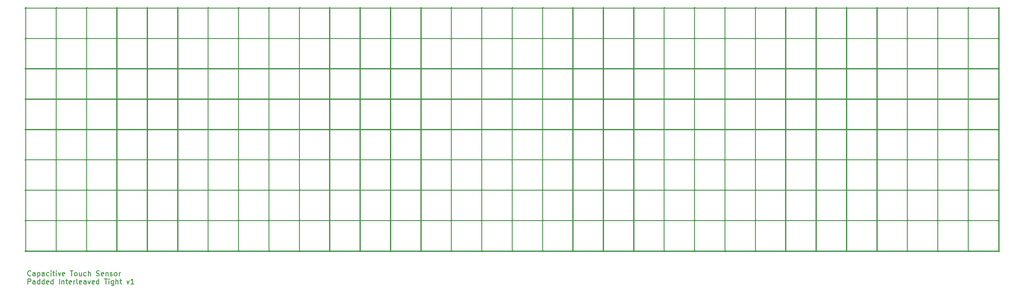
<source format=gto>
G04 #@! TF.GenerationSoftware,KiCad,Pcbnew,6.0.8+dfsg-1~bpo11+1*
G04 #@! TF.CreationDate,2023-05-15T15:28:38-04:00*
G04 #@! TF.ProjectId,07_padded_interleaved_tight,30375f70-6164-4646-9564-5f696e746572,rev?*
G04 #@! TF.SameCoordinates,Original*
G04 #@! TF.FileFunction,Legend,Top*
G04 #@! TF.FilePolarity,Positive*
%FSLAX46Y46*%
G04 Gerber Fmt 4.6, Leading zero omitted, Abs format (unit mm)*
G04 Created by KiCad (PCBNEW 6.0.8+dfsg-1~bpo11+1) date 2023-05-15 15:28:38*
%MOMM*%
%LPD*%
G01*
G04 APERTURE LIST*
%ADD10C,0.150000*%
%ADD11C,0.250000*%
G04 APERTURE END LIST*
D10*
X63927023Y-108442142D02*
X63879404Y-108489761D01*
X63736547Y-108537380D01*
X63641309Y-108537380D01*
X63498452Y-108489761D01*
X63403214Y-108394523D01*
X63355595Y-108299285D01*
X63307976Y-108108809D01*
X63307976Y-107965952D01*
X63355595Y-107775476D01*
X63403214Y-107680238D01*
X63498452Y-107585000D01*
X63641309Y-107537380D01*
X63736547Y-107537380D01*
X63879404Y-107585000D01*
X63927023Y-107632619D01*
X64784166Y-108537380D02*
X64784166Y-108013571D01*
X64736547Y-107918333D01*
X64641309Y-107870714D01*
X64450833Y-107870714D01*
X64355595Y-107918333D01*
X64784166Y-108489761D02*
X64688928Y-108537380D01*
X64450833Y-108537380D01*
X64355595Y-108489761D01*
X64307976Y-108394523D01*
X64307976Y-108299285D01*
X64355595Y-108204047D01*
X64450833Y-108156428D01*
X64688928Y-108156428D01*
X64784166Y-108108809D01*
X65260357Y-107870714D02*
X65260357Y-108870714D01*
X65260357Y-107918333D02*
X65355595Y-107870714D01*
X65546071Y-107870714D01*
X65641309Y-107918333D01*
X65688928Y-107965952D01*
X65736547Y-108061190D01*
X65736547Y-108346904D01*
X65688928Y-108442142D01*
X65641309Y-108489761D01*
X65546071Y-108537380D01*
X65355595Y-108537380D01*
X65260357Y-108489761D01*
X66593690Y-108537380D02*
X66593690Y-108013571D01*
X66546071Y-107918333D01*
X66450833Y-107870714D01*
X66260357Y-107870714D01*
X66165119Y-107918333D01*
X66593690Y-108489761D02*
X66498452Y-108537380D01*
X66260357Y-108537380D01*
X66165119Y-108489761D01*
X66117500Y-108394523D01*
X66117500Y-108299285D01*
X66165119Y-108204047D01*
X66260357Y-108156428D01*
X66498452Y-108156428D01*
X66593690Y-108108809D01*
X67498452Y-108489761D02*
X67403214Y-108537380D01*
X67212738Y-108537380D01*
X67117500Y-108489761D01*
X67069880Y-108442142D01*
X67022261Y-108346904D01*
X67022261Y-108061190D01*
X67069880Y-107965952D01*
X67117500Y-107918333D01*
X67212738Y-107870714D01*
X67403214Y-107870714D01*
X67498452Y-107918333D01*
X67927023Y-108537380D02*
X67927023Y-107870714D01*
X67927023Y-107537380D02*
X67879404Y-107585000D01*
X67927023Y-107632619D01*
X67974642Y-107585000D01*
X67927023Y-107537380D01*
X67927023Y-107632619D01*
X68260357Y-107870714D02*
X68641309Y-107870714D01*
X68403214Y-107537380D02*
X68403214Y-108394523D01*
X68450833Y-108489761D01*
X68546071Y-108537380D01*
X68641309Y-108537380D01*
X68974642Y-108537380D02*
X68974642Y-107870714D01*
X68974642Y-107537380D02*
X68927023Y-107585000D01*
X68974642Y-107632619D01*
X69022261Y-107585000D01*
X68974642Y-107537380D01*
X68974642Y-107632619D01*
X69355595Y-107870714D02*
X69593690Y-108537380D01*
X69831785Y-107870714D01*
X70593690Y-108489761D02*
X70498452Y-108537380D01*
X70307976Y-108537380D01*
X70212738Y-108489761D01*
X70165119Y-108394523D01*
X70165119Y-108013571D01*
X70212738Y-107918333D01*
X70307976Y-107870714D01*
X70498452Y-107870714D01*
X70593690Y-107918333D01*
X70641309Y-108013571D01*
X70641309Y-108108809D01*
X70165119Y-108204047D01*
X71688928Y-107537380D02*
X72260357Y-107537380D01*
X71974642Y-108537380D02*
X71974642Y-107537380D01*
X72736547Y-108537380D02*
X72641309Y-108489761D01*
X72593690Y-108442142D01*
X72546071Y-108346904D01*
X72546071Y-108061190D01*
X72593690Y-107965952D01*
X72641309Y-107918333D01*
X72736547Y-107870714D01*
X72879404Y-107870714D01*
X72974642Y-107918333D01*
X73022261Y-107965952D01*
X73069880Y-108061190D01*
X73069880Y-108346904D01*
X73022261Y-108442142D01*
X72974642Y-108489761D01*
X72879404Y-108537380D01*
X72736547Y-108537380D01*
X73927023Y-107870714D02*
X73927023Y-108537380D01*
X73498452Y-107870714D02*
X73498452Y-108394523D01*
X73546071Y-108489761D01*
X73641309Y-108537380D01*
X73784166Y-108537380D01*
X73879404Y-108489761D01*
X73927023Y-108442142D01*
X74831785Y-108489761D02*
X74736547Y-108537380D01*
X74546071Y-108537380D01*
X74450833Y-108489761D01*
X74403214Y-108442142D01*
X74355595Y-108346904D01*
X74355595Y-108061190D01*
X74403214Y-107965952D01*
X74450833Y-107918333D01*
X74546071Y-107870714D01*
X74736547Y-107870714D01*
X74831785Y-107918333D01*
X75260357Y-108537380D02*
X75260357Y-107537380D01*
X75688928Y-108537380D02*
X75688928Y-108013571D01*
X75641309Y-107918333D01*
X75546071Y-107870714D01*
X75403214Y-107870714D01*
X75307976Y-107918333D01*
X75260357Y-107965952D01*
X76879404Y-108489761D02*
X77022261Y-108537380D01*
X77260357Y-108537380D01*
X77355595Y-108489761D01*
X77403214Y-108442142D01*
X77450833Y-108346904D01*
X77450833Y-108251666D01*
X77403214Y-108156428D01*
X77355595Y-108108809D01*
X77260357Y-108061190D01*
X77069880Y-108013571D01*
X76974642Y-107965952D01*
X76927023Y-107918333D01*
X76879404Y-107823095D01*
X76879404Y-107727857D01*
X76927023Y-107632619D01*
X76974642Y-107585000D01*
X77069880Y-107537380D01*
X77307976Y-107537380D01*
X77450833Y-107585000D01*
X78260357Y-108489761D02*
X78165119Y-108537380D01*
X77974642Y-108537380D01*
X77879404Y-108489761D01*
X77831785Y-108394523D01*
X77831785Y-108013571D01*
X77879404Y-107918333D01*
X77974642Y-107870714D01*
X78165119Y-107870714D01*
X78260357Y-107918333D01*
X78307976Y-108013571D01*
X78307976Y-108108809D01*
X77831785Y-108204047D01*
X78736547Y-107870714D02*
X78736547Y-108537380D01*
X78736547Y-107965952D02*
X78784166Y-107918333D01*
X78879404Y-107870714D01*
X79022261Y-107870714D01*
X79117500Y-107918333D01*
X79165119Y-108013571D01*
X79165119Y-108537380D01*
X79593690Y-108489761D02*
X79688928Y-108537380D01*
X79879404Y-108537380D01*
X79974642Y-108489761D01*
X80022261Y-108394523D01*
X80022261Y-108346904D01*
X79974642Y-108251666D01*
X79879404Y-108204047D01*
X79736547Y-108204047D01*
X79641309Y-108156428D01*
X79593690Y-108061190D01*
X79593690Y-108013571D01*
X79641309Y-107918333D01*
X79736547Y-107870714D01*
X79879404Y-107870714D01*
X79974642Y-107918333D01*
X80593690Y-108537380D02*
X80498452Y-108489761D01*
X80450833Y-108442142D01*
X80403214Y-108346904D01*
X80403214Y-108061190D01*
X80450833Y-107965952D01*
X80498452Y-107918333D01*
X80593690Y-107870714D01*
X80736547Y-107870714D01*
X80831785Y-107918333D01*
X80879404Y-107965952D01*
X80927023Y-108061190D01*
X80927023Y-108346904D01*
X80879404Y-108442142D01*
X80831785Y-108489761D01*
X80736547Y-108537380D01*
X80593690Y-108537380D01*
X81355595Y-108537380D02*
X81355595Y-107870714D01*
X81355595Y-108061190D02*
X81403214Y-107965952D01*
X81450833Y-107918333D01*
X81546071Y-107870714D01*
X81641309Y-107870714D01*
X63355595Y-110147380D02*
X63355595Y-109147380D01*
X63736547Y-109147380D01*
X63831785Y-109195000D01*
X63879404Y-109242619D01*
X63927023Y-109337857D01*
X63927023Y-109480714D01*
X63879404Y-109575952D01*
X63831785Y-109623571D01*
X63736547Y-109671190D01*
X63355595Y-109671190D01*
X64784166Y-110147380D02*
X64784166Y-109623571D01*
X64736547Y-109528333D01*
X64641309Y-109480714D01*
X64450833Y-109480714D01*
X64355595Y-109528333D01*
X64784166Y-110099761D02*
X64688928Y-110147380D01*
X64450833Y-110147380D01*
X64355595Y-110099761D01*
X64307976Y-110004523D01*
X64307976Y-109909285D01*
X64355595Y-109814047D01*
X64450833Y-109766428D01*
X64688928Y-109766428D01*
X64784166Y-109718809D01*
X65688928Y-110147380D02*
X65688928Y-109147380D01*
X65688928Y-110099761D02*
X65593690Y-110147380D01*
X65403214Y-110147380D01*
X65307976Y-110099761D01*
X65260357Y-110052142D01*
X65212738Y-109956904D01*
X65212738Y-109671190D01*
X65260357Y-109575952D01*
X65307976Y-109528333D01*
X65403214Y-109480714D01*
X65593690Y-109480714D01*
X65688928Y-109528333D01*
X66593690Y-110147380D02*
X66593690Y-109147380D01*
X66593690Y-110099761D02*
X66498452Y-110147380D01*
X66307976Y-110147380D01*
X66212738Y-110099761D01*
X66165119Y-110052142D01*
X66117500Y-109956904D01*
X66117500Y-109671190D01*
X66165119Y-109575952D01*
X66212738Y-109528333D01*
X66307976Y-109480714D01*
X66498452Y-109480714D01*
X66593690Y-109528333D01*
X67450833Y-110099761D02*
X67355595Y-110147380D01*
X67165119Y-110147380D01*
X67069880Y-110099761D01*
X67022261Y-110004523D01*
X67022261Y-109623571D01*
X67069880Y-109528333D01*
X67165119Y-109480714D01*
X67355595Y-109480714D01*
X67450833Y-109528333D01*
X67498452Y-109623571D01*
X67498452Y-109718809D01*
X67022261Y-109814047D01*
X68355595Y-110147380D02*
X68355595Y-109147380D01*
X68355595Y-110099761D02*
X68260357Y-110147380D01*
X68069880Y-110147380D01*
X67974642Y-110099761D01*
X67927023Y-110052142D01*
X67879404Y-109956904D01*
X67879404Y-109671190D01*
X67927023Y-109575952D01*
X67974642Y-109528333D01*
X68069880Y-109480714D01*
X68260357Y-109480714D01*
X68355595Y-109528333D01*
X69593690Y-110147380D02*
X69593690Y-109147380D01*
X70069880Y-109480714D02*
X70069880Y-110147380D01*
X70069880Y-109575952D02*
X70117500Y-109528333D01*
X70212738Y-109480714D01*
X70355595Y-109480714D01*
X70450833Y-109528333D01*
X70498452Y-109623571D01*
X70498452Y-110147380D01*
X70831785Y-109480714D02*
X71212738Y-109480714D01*
X70974642Y-109147380D02*
X70974642Y-110004523D01*
X71022261Y-110099761D01*
X71117500Y-110147380D01*
X71212738Y-110147380D01*
X71927023Y-110099761D02*
X71831785Y-110147380D01*
X71641309Y-110147380D01*
X71546071Y-110099761D01*
X71498452Y-110004523D01*
X71498452Y-109623571D01*
X71546071Y-109528333D01*
X71641309Y-109480714D01*
X71831785Y-109480714D01*
X71927023Y-109528333D01*
X71974642Y-109623571D01*
X71974642Y-109718809D01*
X71498452Y-109814047D01*
X72403214Y-110147380D02*
X72403214Y-109480714D01*
X72403214Y-109671190D02*
X72450833Y-109575952D01*
X72498452Y-109528333D01*
X72593690Y-109480714D01*
X72688928Y-109480714D01*
X73165119Y-110147380D02*
X73069880Y-110099761D01*
X73022261Y-110004523D01*
X73022261Y-109147380D01*
X73927023Y-110099761D02*
X73831785Y-110147380D01*
X73641309Y-110147380D01*
X73546071Y-110099761D01*
X73498452Y-110004523D01*
X73498452Y-109623571D01*
X73546071Y-109528333D01*
X73641309Y-109480714D01*
X73831785Y-109480714D01*
X73927023Y-109528333D01*
X73974642Y-109623571D01*
X73974642Y-109718809D01*
X73498452Y-109814047D01*
X74831785Y-110147380D02*
X74831785Y-109623571D01*
X74784166Y-109528333D01*
X74688928Y-109480714D01*
X74498452Y-109480714D01*
X74403214Y-109528333D01*
X74831785Y-110099761D02*
X74736547Y-110147380D01*
X74498452Y-110147380D01*
X74403214Y-110099761D01*
X74355595Y-110004523D01*
X74355595Y-109909285D01*
X74403214Y-109814047D01*
X74498452Y-109766428D01*
X74736547Y-109766428D01*
X74831785Y-109718809D01*
X75212738Y-109480714D02*
X75450833Y-110147380D01*
X75688928Y-109480714D01*
X76450833Y-110099761D02*
X76355595Y-110147380D01*
X76165119Y-110147380D01*
X76069880Y-110099761D01*
X76022261Y-110004523D01*
X76022261Y-109623571D01*
X76069880Y-109528333D01*
X76165119Y-109480714D01*
X76355595Y-109480714D01*
X76450833Y-109528333D01*
X76498452Y-109623571D01*
X76498452Y-109718809D01*
X76022261Y-109814047D01*
X77355595Y-110147380D02*
X77355595Y-109147380D01*
X77355595Y-110099761D02*
X77260357Y-110147380D01*
X77069880Y-110147380D01*
X76974642Y-110099761D01*
X76927023Y-110052142D01*
X76879404Y-109956904D01*
X76879404Y-109671190D01*
X76927023Y-109575952D01*
X76974642Y-109528333D01*
X77069880Y-109480714D01*
X77260357Y-109480714D01*
X77355595Y-109528333D01*
X78450833Y-109147380D02*
X79022261Y-109147380D01*
X78736547Y-110147380D02*
X78736547Y-109147380D01*
X79355595Y-110147380D02*
X79355595Y-109480714D01*
X79355595Y-109147380D02*
X79307976Y-109195000D01*
X79355595Y-109242619D01*
X79403214Y-109195000D01*
X79355595Y-109147380D01*
X79355595Y-109242619D01*
X80260357Y-109480714D02*
X80260357Y-110290238D01*
X80212738Y-110385476D01*
X80165119Y-110433095D01*
X80069880Y-110480714D01*
X79927023Y-110480714D01*
X79831785Y-110433095D01*
X80260357Y-110099761D02*
X80165119Y-110147380D01*
X79974642Y-110147380D01*
X79879404Y-110099761D01*
X79831785Y-110052142D01*
X79784166Y-109956904D01*
X79784166Y-109671190D01*
X79831785Y-109575952D01*
X79879404Y-109528333D01*
X79974642Y-109480714D01*
X80165119Y-109480714D01*
X80260357Y-109528333D01*
X80736547Y-110147380D02*
X80736547Y-109147380D01*
X81165119Y-110147380D02*
X81165119Y-109623571D01*
X81117500Y-109528333D01*
X81022261Y-109480714D01*
X80879404Y-109480714D01*
X80784166Y-109528333D01*
X80736547Y-109575952D01*
X81498452Y-109480714D02*
X81879404Y-109480714D01*
X81641309Y-109147380D02*
X81641309Y-110004523D01*
X81688928Y-110099761D01*
X81784166Y-110147380D01*
X81879404Y-110147380D01*
X82879404Y-109480714D02*
X83117500Y-110147380D01*
X83355595Y-109480714D01*
X84260357Y-110147380D02*
X83688928Y-110147380D01*
X83974642Y-110147380D02*
X83974642Y-109147380D01*
X83879404Y-109290238D01*
X83784166Y-109385476D01*
X83688928Y-109433095D01*
D11*
X86915000Y-55480000D02*
X86915000Y-103730000D01*
X146915000Y-55480000D02*
X146915000Y-103730000D01*
X182915000Y-55480000D02*
X182915000Y-103730000D01*
X254915000Y-55480000D02*
X254915000Y-103730000D01*
X98915000Y-55480000D02*
X98915000Y-103730000D01*
X80915000Y-55480000D02*
X80915000Y-103730000D01*
X62790000Y-85605000D02*
X255040000Y-85605000D01*
X68915000Y-55480000D02*
X68915000Y-103730000D01*
X62915000Y-55480000D02*
X62915000Y-103730000D01*
X62790000Y-55605000D02*
X255040000Y-55605000D01*
X122915000Y-55480000D02*
X122915000Y-103730000D01*
X62790000Y-79605000D02*
X255040000Y-79605000D01*
X128915000Y-55480000D02*
X128915000Y-103730000D01*
X242915000Y-55480000D02*
X242915000Y-103730000D01*
X62790000Y-73605000D02*
X255040000Y-73605000D01*
X104915000Y-55480000D02*
X104915000Y-103730000D01*
X110915000Y-55480000D02*
X110915000Y-103730000D01*
X158915000Y-55480000D02*
X158915000Y-103730000D01*
X116915000Y-55480000D02*
X116915000Y-103730000D01*
X212915000Y-55480000D02*
X212915000Y-103730000D01*
X176915000Y-55480000D02*
X176915000Y-103730000D01*
X62790000Y-103605000D02*
X255040000Y-103605000D01*
X218915000Y-55480000D02*
X218915000Y-103730000D01*
X164915000Y-55480000D02*
X164915000Y-103730000D01*
X134915000Y-55480000D02*
X134915000Y-103730000D01*
X248915000Y-55480000D02*
X248915000Y-103730000D01*
X62790000Y-61605000D02*
X255040000Y-61605000D01*
X224915000Y-55480000D02*
X224915000Y-103730000D01*
X62790000Y-67605000D02*
X255040000Y-67605000D01*
X140915000Y-55480000D02*
X140915000Y-103730000D01*
X194915000Y-55480000D02*
X194915000Y-103730000D01*
X170915000Y-55480000D02*
X170915000Y-103730000D01*
X152915000Y-55480000D02*
X152915000Y-103730000D01*
X92915000Y-55480000D02*
X92915000Y-103730000D01*
X206915000Y-55480000D02*
X206915000Y-103730000D01*
X188915000Y-55480000D02*
X188915000Y-103730000D01*
X74915000Y-55480000D02*
X74915000Y-103730000D01*
X230915000Y-55480000D02*
X230915000Y-103730000D01*
X62790000Y-97605000D02*
X255040000Y-97605000D01*
X236915000Y-55480000D02*
X236915000Y-103730000D01*
X200915000Y-55480000D02*
X200915000Y-103730000D01*
X62790000Y-91605000D02*
X255040000Y-91605000D01*
%LPC*%
G36*
X63040000Y-73730000D02*
G01*
X68790000Y-73730000D01*
X68790000Y-79480000D01*
X63040000Y-79480000D01*
X63040000Y-73730000D01*
G37*
G36*
X141040000Y-61730000D02*
G01*
X146790000Y-61730000D01*
X146790000Y-67480000D01*
X141040000Y-67480000D01*
X141040000Y-61730000D01*
G37*
G36*
X129040000Y-55730000D02*
G01*
X134790000Y-55730000D01*
X134790000Y-61480000D01*
X129040000Y-61480000D01*
X129040000Y-55730000D01*
G37*
G36*
X189040000Y-73730000D02*
G01*
X194790000Y-73730000D01*
X194790000Y-79480000D01*
X189040000Y-79480000D01*
X189040000Y-73730000D01*
G37*
G36*
X201040000Y-91730000D02*
G01*
X206790000Y-91730000D01*
X206790000Y-97480000D01*
X201040000Y-97480000D01*
X201040000Y-91730000D01*
G37*
G36*
X81040000Y-79730000D02*
G01*
X86790000Y-79730000D01*
X86790000Y-85480000D01*
X81040000Y-85480000D01*
X81040000Y-79730000D01*
G37*
G36*
X111040000Y-85730000D02*
G01*
X116790000Y-85730000D01*
X116790000Y-91480000D01*
X111040000Y-91480000D01*
X111040000Y-85730000D01*
G37*
G36*
X147040000Y-79730000D02*
G01*
X152790000Y-79730000D01*
X152790000Y-85480000D01*
X147040000Y-85480000D01*
X147040000Y-79730000D01*
G37*
G36*
X69040000Y-67730000D02*
G01*
X74790000Y-67730000D01*
X74790000Y-73480000D01*
X69040000Y-73480000D01*
X69040000Y-67730000D01*
G37*
G36*
X231040000Y-67730000D02*
G01*
X236790000Y-67730000D01*
X236790000Y-73480000D01*
X231040000Y-73480000D01*
X231040000Y-67730000D01*
G37*
G36*
X105040000Y-79730000D02*
G01*
X110790000Y-79730000D01*
X110790000Y-85480000D01*
X105040000Y-85480000D01*
X105040000Y-79730000D01*
G37*
G36*
X249040000Y-73730000D02*
G01*
X254790000Y-73730000D01*
X254790000Y-79480000D01*
X249040000Y-79480000D01*
X249040000Y-73730000D01*
G37*
G36*
X105040000Y-91730000D02*
G01*
X110790000Y-91730000D01*
X110790000Y-97480000D01*
X105040000Y-97480000D01*
X105040000Y-91730000D01*
G37*
G36*
X111040000Y-79730000D02*
G01*
X116790000Y-79730000D01*
X116790000Y-85480000D01*
X111040000Y-85480000D01*
X111040000Y-79730000D01*
G37*
G36*
X141040000Y-73730000D02*
G01*
X146790000Y-73730000D01*
X146790000Y-79480000D01*
X141040000Y-79480000D01*
X141040000Y-73730000D01*
G37*
G36*
X195040000Y-61730000D02*
G01*
X200790000Y-61730000D01*
X200790000Y-67480000D01*
X195040000Y-67480000D01*
X195040000Y-61730000D01*
G37*
G36*
X123040000Y-55730000D02*
G01*
X128790000Y-55730000D01*
X128790000Y-61480000D01*
X123040000Y-61480000D01*
X123040000Y-55730000D01*
G37*
G36*
X219040000Y-91730000D02*
G01*
X224790000Y-91730000D01*
X224790000Y-97480000D01*
X219040000Y-97480000D01*
X219040000Y-91730000D01*
G37*
G36*
X153040000Y-73730000D02*
G01*
X158790000Y-73730000D01*
X158790000Y-79480000D01*
X153040000Y-79480000D01*
X153040000Y-73730000D01*
G37*
G36*
X135040000Y-97730000D02*
G01*
X140790000Y-97730000D01*
X140790000Y-103480000D01*
X135040000Y-103480000D01*
X135040000Y-97730000D01*
G37*
G36*
X105040000Y-73730000D02*
G01*
X110790000Y-73730000D01*
X110790000Y-79480000D01*
X105040000Y-79480000D01*
X105040000Y-73730000D01*
G37*
G36*
X207040000Y-91730000D02*
G01*
X212790000Y-91730000D01*
X212790000Y-97480000D01*
X207040000Y-97480000D01*
X207040000Y-91730000D01*
G37*
G36*
X117040000Y-67730000D02*
G01*
X122790000Y-67730000D01*
X122790000Y-73480000D01*
X117040000Y-73480000D01*
X117040000Y-67730000D01*
G37*
G36*
X249040000Y-67730000D02*
G01*
X254790000Y-67730000D01*
X254790000Y-73480000D01*
X249040000Y-73480000D01*
X249040000Y-67730000D01*
G37*
G36*
X117040000Y-73730000D02*
G01*
X122790000Y-73730000D01*
X122790000Y-79480000D01*
X117040000Y-79480000D01*
X117040000Y-73730000D01*
G37*
G36*
X147040000Y-55730000D02*
G01*
X152790000Y-55730000D01*
X152790000Y-61480000D01*
X147040000Y-61480000D01*
X147040000Y-55730000D01*
G37*
G36*
X99040000Y-85730000D02*
G01*
X104790000Y-85730000D01*
X104790000Y-91480000D01*
X99040000Y-91480000D01*
X99040000Y-85730000D01*
G37*
G36*
X177040000Y-67730000D02*
G01*
X182790000Y-67730000D01*
X182790000Y-73480000D01*
X177040000Y-73480000D01*
X177040000Y-67730000D01*
G37*
G36*
X153040000Y-67730000D02*
G01*
X158790000Y-67730000D01*
X158790000Y-73480000D01*
X153040000Y-73480000D01*
X153040000Y-67730000D01*
G37*
G36*
X243040000Y-73730000D02*
G01*
X248790000Y-73730000D01*
X248790000Y-79480000D01*
X243040000Y-79480000D01*
X243040000Y-73730000D01*
G37*
G36*
X93040000Y-97730000D02*
G01*
X98790000Y-97730000D01*
X98790000Y-103480000D01*
X93040000Y-103480000D01*
X93040000Y-97730000D01*
G37*
G36*
X171040000Y-97730000D02*
G01*
X176790000Y-97730000D01*
X176790000Y-103480000D01*
X171040000Y-103480000D01*
X171040000Y-97730000D01*
G37*
G36*
X159040000Y-97730000D02*
G01*
X164790000Y-97730000D01*
X164790000Y-103480000D01*
X159040000Y-103480000D01*
X159040000Y-97730000D01*
G37*
G36*
X177040000Y-85730000D02*
G01*
X182790000Y-85730000D01*
X182790000Y-91480000D01*
X177040000Y-91480000D01*
X177040000Y-85730000D01*
G37*
G36*
X63040000Y-61730000D02*
G01*
X68790000Y-61730000D01*
X68790000Y-67480000D01*
X63040000Y-67480000D01*
X63040000Y-61730000D01*
G37*
G36*
X123040000Y-73730000D02*
G01*
X128790000Y-73730000D01*
X128790000Y-79480000D01*
X123040000Y-79480000D01*
X123040000Y-73730000D01*
G37*
G36*
X195040000Y-73730000D02*
G01*
X200790000Y-73730000D01*
X200790000Y-79480000D01*
X195040000Y-79480000D01*
X195040000Y-73730000D01*
G37*
G36*
X195040000Y-79730000D02*
G01*
X200790000Y-79730000D01*
X200790000Y-85480000D01*
X195040000Y-85480000D01*
X195040000Y-79730000D01*
G37*
G36*
X249040000Y-61730000D02*
G01*
X254790000Y-61730000D01*
X254790000Y-67480000D01*
X249040000Y-67480000D01*
X249040000Y-61730000D01*
G37*
G36*
X213040000Y-79730000D02*
G01*
X218790000Y-79730000D01*
X218790000Y-85480000D01*
X213040000Y-85480000D01*
X213040000Y-79730000D01*
G37*
G36*
X135040000Y-79730000D02*
G01*
X140790000Y-79730000D01*
X140790000Y-85480000D01*
X135040000Y-85480000D01*
X135040000Y-79730000D01*
G37*
G36*
X237040000Y-85730000D02*
G01*
X242790000Y-85730000D01*
X242790000Y-91480000D01*
X237040000Y-91480000D01*
X237040000Y-85730000D01*
G37*
G36*
X69040000Y-91730000D02*
G01*
X74790000Y-91730000D01*
X74790000Y-97480000D01*
X69040000Y-97480000D01*
X69040000Y-91730000D01*
G37*
G36*
X63040000Y-79730000D02*
G01*
X68790000Y-79730000D01*
X68790000Y-85480000D01*
X63040000Y-85480000D01*
X63040000Y-79730000D01*
G37*
G36*
X87040000Y-97730000D02*
G01*
X92790000Y-97730000D01*
X92790000Y-103480000D01*
X87040000Y-103480000D01*
X87040000Y-97730000D01*
G37*
G36*
X201040000Y-79730000D02*
G01*
X206790000Y-79730000D01*
X206790000Y-85480000D01*
X201040000Y-85480000D01*
X201040000Y-79730000D01*
G37*
G36*
X153040000Y-55730000D02*
G01*
X158790000Y-55730000D01*
X158790000Y-61480000D01*
X153040000Y-61480000D01*
X153040000Y-55730000D01*
G37*
G36*
X69040000Y-55730000D02*
G01*
X74790000Y-55730000D01*
X74790000Y-61480000D01*
X69040000Y-61480000D01*
X69040000Y-55730000D01*
G37*
G36*
X225040000Y-97730000D02*
G01*
X230790000Y-97730000D01*
X230790000Y-103480000D01*
X225040000Y-103480000D01*
X225040000Y-97730000D01*
G37*
G36*
X123040000Y-67730000D02*
G01*
X128790000Y-67730000D01*
X128790000Y-73480000D01*
X123040000Y-73480000D01*
X123040000Y-67730000D01*
G37*
G36*
X225040000Y-67730000D02*
G01*
X230790000Y-67730000D01*
X230790000Y-73480000D01*
X225040000Y-73480000D01*
X225040000Y-67730000D01*
G37*
G36*
X99040000Y-97730000D02*
G01*
X104790000Y-97730000D01*
X104790000Y-103480000D01*
X99040000Y-103480000D01*
X99040000Y-97730000D01*
G37*
G36*
X93040000Y-55730000D02*
G01*
X98790000Y-55730000D01*
X98790000Y-61480000D01*
X93040000Y-61480000D01*
X93040000Y-55730000D01*
G37*
G36*
X93040000Y-85730000D02*
G01*
X98790000Y-85730000D01*
X98790000Y-91480000D01*
X93040000Y-91480000D01*
X93040000Y-85730000D01*
G37*
G36*
X123040000Y-91730000D02*
G01*
X128790000Y-91730000D01*
X128790000Y-97480000D01*
X123040000Y-97480000D01*
X123040000Y-91730000D01*
G37*
G36*
X63040000Y-85730000D02*
G01*
X68790000Y-85730000D01*
X68790000Y-91480000D01*
X63040000Y-91480000D01*
X63040000Y-85730000D01*
G37*
G36*
X147040000Y-91730000D02*
G01*
X152790000Y-91730000D01*
X152790000Y-97480000D01*
X147040000Y-97480000D01*
X147040000Y-91730000D01*
G37*
G36*
X231040000Y-55730000D02*
G01*
X236790000Y-55730000D01*
X236790000Y-61480000D01*
X231040000Y-61480000D01*
X231040000Y-55730000D01*
G37*
G36*
X99040000Y-67730000D02*
G01*
X104790000Y-67730000D01*
X104790000Y-73480000D01*
X99040000Y-73480000D01*
X99040000Y-67730000D01*
G37*
G36*
X171040000Y-61730000D02*
G01*
X176790000Y-61730000D01*
X176790000Y-67480000D01*
X171040000Y-67480000D01*
X171040000Y-61730000D01*
G37*
G36*
X87040000Y-79730000D02*
G01*
X92790000Y-79730000D01*
X92790000Y-85480000D01*
X87040000Y-85480000D01*
X87040000Y-79730000D01*
G37*
G36*
X183040000Y-73730000D02*
G01*
X188790000Y-73730000D01*
X188790000Y-79480000D01*
X183040000Y-79480000D01*
X183040000Y-73730000D01*
G37*
G36*
X87040000Y-85730000D02*
G01*
X92790000Y-85730000D01*
X92790000Y-91480000D01*
X87040000Y-91480000D01*
X87040000Y-85730000D01*
G37*
G36*
X213040000Y-61730000D02*
G01*
X218790000Y-61730000D01*
X218790000Y-67480000D01*
X213040000Y-67480000D01*
X213040000Y-61730000D01*
G37*
G36*
X243040000Y-97730000D02*
G01*
X248790000Y-97730000D01*
X248790000Y-103480000D01*
X243040000Y-103480000D01*
X243040000Y-97730000D01*
G37*
G36*
X81040000Y-91730000D02*
G01*
X86790000Y-91730000D01*
X86790000Y-97480000D01*
X81040000Y-97480000D01*
X81040000Y-91730000D01*
G37*
G36*
X63040000Y-91730000D02*
G01*
X68790000Y-91730000D01*
X68790000Y-97480000D01*
X63040000Y-97480000D01*
X63040000Y-91730000D01*
G37*
G36*
X207040000Y-85730000D02*
G01*
X212790000Y-85730000D01*
X212790000Y-91480000D01*
X207040000Y-91480000D01*
X207040000Y-85730000D01*
G37*
G36*
X189040000Y-79730000D02*
G01*
X194790000Y-79730000D01*
X194790000Y-85480000D01*
X189040000Y-85480000D01*
X189040000Y-79730000D01*
G37*
G36*
X153040000Y-85730000D02*
G01*
X158790000Y-85730000D01*
X158790000Y-91480000D01*
X153040000Y-91480000D01*
X153040000Y-85730000D01*
G37*
G36*
X249040000Y-55730000D02*
G01*
X254790000Y-55730000D01*
X254790000Y-61480000D01*
X249040000Y-61480000D01*
X249040000Y-55730000D01*
G37*
G36*
X219040000Y-85730000D02*
G01*
X224790000Y-85730000D01*
X224790000Y-91480000D01*
X219040000Y-91480000D01*
X219040000Y-85730000D01*
G37*
G36*
X81040000Y-55730000D02*
G01*
X86790000Y-55730000D01*
X86790000Y-61480000D01*
X81040000Y-61480000D01*
X81040000Y-55730000D01*
G37*
G36*
X225040000Y-73730000D02*
G01*
X230790000Y-73730000D01*
X230790000Y-79480000D01*
X225040000Y-79480000D01*
X225040000Y-73730000D01*
G37*
G36*
X171040000Y-79730000D02*
G01*
X176790000Y-79730000D01*
X176790000Y-85480000D01*
X171040000Y-85480000D01*
X171040000Y-79730000D01*
G37*
G36*
X243040000Y-85730000D02*
G01*
X248790000Y-85730000D01*
X248790000Y-91480000D01*
X243040000Y-91480000D01*
X243040000Y-85730000D01*
G37*
G36*
X99040000Y-79730000D02*
G01*
X104790000Y-79730000D01*
X104790000Y-85480000D01*
X99040000Y-85480000D01*
X99040000Y-79730000D01*
G37*
G36*
X219040000Y-97730000D02*
G01*
X224790000Y-97730000D01*
X224790000Y-103480000D01*
X219040000Y-103480000D01*
X219040000Y-97730000D01*
G37*
G36*
X249040000Y-91730000D02*
G01*
X254790000Y-91730000D01*
X254790000Y-97480000D01*
X249040000Y-97480000D01*
X249040000Y-91730000D01*
G37*
G36*
X123040000Y-85730000D02*
G01*
X128790000Y-85730000D01*
X128790000Y-91480000D01*
X123040000Y-91480000D01*
X123040000Y-85730000D01*
G37*
G36*
X111040000Y-61730000D02*
G01*
X116790000Y-61730000D01*
X116790000Y-67480000D01*
X111040000Y-67480000D01*
X111040000Y-61730000D01*
G37*
G36*
X81040000Y-61730000D02*
G01*
X86790000Y-61730000D01*
X86790000Y-67480000D01*
X81040000Y-67480000D01*
X81040000Y-61730000D01*
G37*
G36*
X129040000Y-61730000D02*
G01*
X134790000Y-61730000D01*
X134790000Y-67480000D01*
X129040000Y-67480000D01*
X129040000Y-61730000D01*
G37*
G36*
X99040000Y-73730000D02*
G01*
X104790000Y-73730000D01*
X104790000Y-79480000D01*
X99040000Y-79480000D01*
X99040000Y-73730000D01*
G37*
G36*
X141040000Y-97730000D02*
G01*
X146790000Y-97730000D01*
X146790000Y-103480000D01*
X141040000Y-103480000D01*
X141040000Y-97730000D01*
G37*
G36*
X75040000Y-55730000D02*
G01*
X80790000Y-55730000D01*
X80790000Y-61480000D01*
X75040000Y-61480000D01*
X75040000Y-55730000D01*
G37*
G36*
X117040000Y-61730000D02*
G01*
X122790000Y-61730000D01*
X122790000Y-67480000D01*
X117040000Y-67480000D01*
X117040000Y-61730000D01*
G37*
G36*
X135040000Y-67730000D02*
G01*
X140790000Y-67730000D01*
X140790000Y-73480000D01*
X135040000Y-73480000D01*
X135040000Y-67730000D01*
G37*
G36*
X87040000Y-73730000D02*
G01*
X92790000Y-73730000D01*
X92790000Y-79480000D01*
X87040000Y-79480000D01*
X87040000Y-73730000D01*
G37*
G36*
X225040000Y-85730000D02*
G01*
X230790000Y-85730000D01*
X230790000Y-91480000D01*
X225040000Y-91480000D01*
X225040000Y-85730000D01*
G37*
G36*
X123040000Y-97730000D02*
G01*
X128790000Y-97730000D01*
X128790000Y-103480000D01*
X123040000Y-103480000D01*
X123040000Y-97730000D01*
G37*
G36*
X243040000Y-61730000D02*
G01*
X248790000Y-61730000D01*
X248790000Y-67480000D01*
X243040000Y-67480000D01*
X243040000Y-61730000D01*
G37*
G36*
X213040000Y-67730000D02*
G01*
X218790000Y-67730000D01*
X218790000Y-73480000D01*
X213040000Y-73480000D01*
X213040000Y-67730000D01*
G37*
G36*
X111040000Y-55730000D02*
G01*
X116790000Y-55730000D01*
X116790000Y-61480000D01*
X111040000Y-61480000D01*
X111040000Y-55730000D01*
G37*
G36*
X141040000Y-67730000D02*
G01*
X146790000Y-67730000D01*
X146790000Y-73480000D01*
X141040000Y-73480000D01*
X141040000Y-67730000D01*
G37*
G36*
X69040000Y-85730000D02*
G01*
X74790000Y-85730000D01*
X74790000Y-91480000D01*
X69040000Y-91480000D01*
X69040000Y-85730000D01*
G37*
G36*
X237040000Y-55730000D02*
G01*
X242790000Y-55730000D01*
X242790000Y-61480000D01*
X237040000Y-61480000D01*
X237040000Y-55730000D01*
G37*
G36*
X177040000Y-97730000D02*
G01*
X182790000Y-97730000D01*
X182790000Y-103480000D01*
X177040000Y-103480000D01*
X177040000Y-97730000D01*
G37*
G36*
X219040000Y-61730000D02*
G01*
X224790000Y-61730000D01*
X224790000Y-67480000D01*
X219040000Y-67480000D01*
X219040000Y-61730000D01*
G37*
G36*
X213040000Y-91730000D02*
G01*
X218790000Y-91730000D01*
X218790000Y-97480000D01*
X213040000Y-97480000D01*
X213040000Y-91730000D01*
G37*
G36*
X147040000Y-97730000D02*
G01*
X152790000Y-97730000D01*
X152790000Y-103480000D01*
X147040000Y-103480000D01*
X147040000Y-97730000D01*
G37*
G36*
X237040000Y-73730000D02*
G01*
X242790000Y-73730000D01*
X242790000Y-79480000D01*
X237040000Y-79480000D01*
X237040000Y-73730000D01*
G37*
G36*
X207040000Y-79730000D02*
G01*
X212790000Y-79730000D01*
X212790000Y-85480000D01*
X207040000Y-85480000D01*
X207040000Y-79730000D01*
G37*
G36*
X171040000Y-85730000D02*
G01*
X176790000Y-85730000D01*
X176790000Y-91480000D01*
X171040000Y-91480000D01*
X171040000Y-85730000D01*
G37*
G36*
X159040000Y-79730000D02*
G01*
X164790000Y-79730000D01*
X164790000Y-85480000D01*
X159040000Y-85480000D01*
X159040000Y-79730000D01*
G37*
G36*
X81040000Y-73730000D02*
G01*
X86790000Y-73730000D01*
X86790000Y-79480000D01*
X81040000Y-79480000D01*
X81040000Y-73730000D01*
G37*
G36*
X195040000Y-97730000D02*
G01*
X200790000Y-97730000D01*
X200790000Y-103480000D01*
X195040000Y-103480000D01*
X195040000Y-97730000D01*
G37*
G36*
X141040000Y-79730000D02*
G01*
X146790000Y-79730000D01*
X146790000Y-85480000D01*
X141040000Y-85480000D01*
X141040000Y-79730000D01*
G37*
G36*
X225040000Y-55730000D02*
G01*
X230790000Y-55730000D01*
X230790000Y-61480000D01*
X225040000Y-61480000D01*
X225040000Y-55730000D01*
G37*
G36*
X165040000Y-61730000D02*
G01*
X170790000Y-61730000D01*
X170790000Y-67480000D01*
X165040000Y-67480000D01*
X165040000Y-61730000D01*
G37*
G36*
X219040000Y-67730000D02*
G01*
X224790000Y-67730000D01*
X224790000Y-73480000D01*
X219040000Y-73480000D01*
X219040000Y-67730000D01*
G37*
G36*
X177040000Y-79730000D02*
G01*
X182790000Y-79730000D01*
X182790000Y-85480000D01*
X177040000Y-85480000D01*
X177040000Y-79730000D01*
G37*
G36*
X105040000Y-61730000D02*
G01*
X110790000Y-61730000D01*
X110790000Y-67480000D01*
X105040000Y-67480000D01*
X105040000Y-61730000D01*
G37*
G36*
X153040000Y-97730000D02*
G01*
X158790000Y-97730000D01*
X158790000Y-103480000D01*
X153040000Y-103480000D01*
X153040000Y-97730000D01*
G37*
G36*
X123040000Y-79730000D02*
G01*
X128790000Y-79730000D01*
X128790000Y-85480000D01*
X123040000Y-85480000D01*
X123040000Y-79730000D01*
G37*
G36*
X69040000Y-97730000D02*
G01*
X74790000Y-97730000D01*
X74790000Y-103480000D01*
X69040000Y-103480000D01*
X69040000Y-97730000D01*
G37*
G36*
X159040000Y-91730000D02*
G01*
X164790000Y-91730000D01*
X164790000Y-97480000D01*
X159040000Y-97480000D01*
X159040000Y-91730000D01*
G37*
G36*
X165040000Y-73730000D02*
G01*
X170790000Y-73730000D01*
X170790000Y-79480000D01*
X165040000Y-79480000D01*
X165040000Y-73730000D01*
G37*
G36*
X117040000Y-85730000D02*
G01*
X122790000Y-85730000D01*
X122790000Y-91480000D01*
X117040000Y-91480000D01*
X117040000Y-85730000D01*
G37*
G36*
X117040000Y-97730000D02*
G01*
X122790000Y-97730000D01*
X122790000Y-103480000D01*
X117040000Y-103480000D01*
X117040000Y-97730000D01*
G37*
G36*
X63040000Y-67730000D02*
G01*
X68790000Y-67730000D01*
X68790000Y-73480000D01*
X63040000Y-73480000D01*
X63040000Y-67730000D01*
G37*
G36*
X225040000Y-61730000D02*
G01*
X230790000Y-61730000D01*
X230790000Y-67480000D01*
X225040000Y-67480000D01*
X225040000Y-61730000D01*
G37*
G36*
X213040000Y-85730000D02*
G01*
X218790000Y-85730000D01*
X218790000Y-91480000D01*
X213040000Y-91480000D01*
X213040000Y-85730000D01*
G37*
G36*
X159040000Y-67730000D02*
G01*
X164790000Y-67730000D01*
X164790000Y-73480000D01*
X159040000Y-73480000D01*
X159040000Y-67730000D01*
G37*
G36*
X183040000Y-61730000D02*
G01*
X188790000Y-61730000D01*
X188790000Y-67480000D01*
X183040000Y-67480000D01*
X183040000Y-61730000D01*
G37*
G36*
X69040000Y-79730000D02*
G01*
X74790000Y-79730000D01*
X74790000Y-85480000D01*
X69040000Y-85480000D01*
X69040000Y-79730000D01*
G37*
G36*
X81040000Y-97730000D02*
G01*
X86790000Y-97730000D01*
X86790000Y-103480000D01*
X81040000Y-103480000D01*
X81040000Y-97730000D01*
G37*
G36*
X183040000Y-91730000D02*
G01*
X188790000Y-91730000D01*
X188790000Y-97480000D01*
X183040000Y-97480000D01*
X183040000Y-91730000D01*
G37*
G36*
X213040000Y-73730000D02*
G01*
X218790000Y-73730000D01*
X218790000Y-79480000D01*
X213040000Y-79480000D01*
X213040000Y-73730000D01*
G37*
G36*
X99040000Y-55730000D02*
G01*
X104790000Y-55730000D01*
X104790000Y-61480000D01*
X99040000Y-61480000D01*
X99040000Y-55730000D01*
G37*
G36*
X177040000Y-55730000D02*
G01*
X182790000Y-55730000D01*
X182790000Y-61480000D01*
X177040000Y-61480000D01*
X177040000Y-55730000D01*
G37*
G36*
X189040000Y-91730000D02*
G01*
X194790000Y-91730000D01*
X194790000Y-97480000D01*
X189040000Y-97480000D01*
X189040000Y-91730000D01*
G37*
G36*
X147040000Y-85730000D02*
G01*
X152790000Y-85730000D01*
X152790000Y-91480000D01*
X147040000Y-91480000D01*
X147040000Y-85730000D01*
G37*
G36*
X231040000Y-73730000D02*
G01*
X236790000Y-73730000D01*
X236790000Y-79480000D01*
X231040000Y-79480000D01*
X231040000Y-73730000D01*
G37*
G36*
X129040000Y-91730000D02*
G01*
X134790000Y-91730000D01*
X134790000Y-97480000D01*
X129040000Y-97480000D01*
X129040000Y-91730000D01*
G37*
G36*
X75040000Y-97730000D02*
G01*
X80790000Y-97730000D01*
X80790000Y-103480000D01*
X75040000Y-103480000D01*
X75040000Y-97730000D01*
G37*
G36*
X99040000Y-91730000D02*
G01*
X104790000Y-91730000D01*
X104790000Y-97480000D01*
X99040000Y-97480000D01*
X99040000Y-91730000D01*
G37*
G36*
X237040000Y-67730000D02*
G01*
X242790000Y-67730000D01*
X242790000Y-73480000D01*
X237040000Y-73480000D01*
X237040000Y-67730000D01*
G37*
G36*
X189040000Y-67730000D02*
G01*
X194790000Y-67730000D01*
X194790000Y-73480000D01*
X189040000Y-73480000D01*
X189040000Y-67730000D01*
G37*
G36*
X63040000Y-97730000D02*
G01*
X68790000Y-97730000D01*
X68790000Y-103480000D01*
X63040000Y-103480000D01*
X63040000Y-97730000D01*
G37*
G36*
X177040000Y-91730000D02*
G01*
X182790000Y-91730000D01*
X182790000Y-97480000D01*
X177040000Y-97480000D01*
X177040000Y-91730000D01*
G37*
G36*
X159040000Y-61730000D02*
G01*
X164790000Y-61730000D01*
X164790000Y-67480000D01*
X159040000Y-67480000D01*
X159040000Y-61730000D01*
G37*
G36*
X129040000Y-73730000D02*
G01*
X134790000Y-73730000D01*
X134790000Y-79480000D01*
X129040000Y-79480000D01*
X129040000Y-73730000D01*
G37*
G36*
X207040000Y-97730000D02*
G01*
X212790000Y-97730000D01*
X212790000Y-103480000D01*
X207040000Y-103480000D01*
X207040000Y-97730000D01*
G37*
G36*
X87040000Y-61730000D02*
G01*
X92790000Y-61730000D01*
X92790000Y-67480000D01*
X87040000Y-67480000D01*
X87040000Y-61730000D01*
G37*
G36*
X249040000Y-79730000D02*
G01*
X254790000Y-79730000D01*
X254790000Y-85480000D01*
X249040000Y-85480000D01*
X249040000Y-79730000D01*
G37*
G36*
X111040000Y-91730000D02*
G01*
X116790000Y-91730000D01*
X116790000Y-97480000D01*
X111040000Y-97480000D01*
X111040000Y-91730000D01*
G37*
G36*
X243040000Y-79730000D02*
G01*
X248790000Y-79730000D01*
X248790000Y-85480000D01*
X243040000Y-85480000D01*
X243040000Y-79730000D01*
G37*
G36*
X105040000Y-85730000D02*
G01*
X110790000Y-85730000D01*
X110790000Y-91480000D01*
X105040000Y-91480000D01*
X105040000Y-85730000D01*
G37*
G36*
X195040000Y-85730000D02*
G01*
X200790000Y-85730000D01*
X200790000Y-91480000D01*
X195040000Y-91480000D01*
X195040000Y-85730000D01*
G37*
G36*
X87040000Y-55730000D02*
G01*
X92790000Y-55730000D01*
X92790000Y-61480000D01*
X87040000Y-61480000D01*
X87040000Y-55730000D01*
G37*
G36*
X117040000Y-55730000D02*
G01*
X122790000Y-55730000D01*
X122790000Y-61480000D01*
X117040000Y-61480000D01*
X117040000Y-55730000D01*
G37*
G36*
X183040000Y-55730000D02*
G01*
X188790000Y-55730000D01*
X188790000Y-61480000D01*
X183040000Y-61480000D01*
X183040000Y-55730000D01*
G37*
G36*
X147040000Y-67730000D02*
G01*
X152790000Y-67730000D01*
X152790000Y-73480000D01*
X147040000Y-73480000D01*
X147040000Y-67730000D01*
G37*
G36*
X183040000Y-79730000D02*
G01*
X188790000Y-79730000D01*
X188790000Y-85480000D01*
X183040000Y-85480000D01*
X183040000Y-79730000D01*
G37*
G36*
X189040000Y-55730000D02*
G01*
X194790000Y-55730000D01*
X194790000Y-61480000D01*
X189040000Y-61480000D01*
X189040000Y-55730000D01*
G37*
G36*
X111040000Y-73730000D02*
G01*
X116790000Y-73730000D01*
X116790000Y-79480000D01*
X111040000Y-79480000D01*
X111040000Y-73730000D01*
G37*
G36*
X237040000Y-97730000D02*
G01*
X242790000Y-97730000D01*
X242790000Y-103480000D01*
X237040000Y-103480000D01*
X237040000Y-97730000D01*
G37*
G36*
X237040000Y-61730000D02*
G01*
X242790000Y-61730000D01*
X242790000Y-67480000D01*
X237040000Y-67480000D01*
X237040000Y-61730000D01*
G37*
G36*
X231040000Y-85730000D02*
G01*
X236790000Y-85730000D01*
X236790000Y-91480000D01*
X231040000Y-91480000D01*
X231040000Y-85730000D01*
G37*
G36*
X189040000Y-97730000D02*
G01*
X194790000Y-97730000D01*
X194790000Y-103480000D01*
X189040000Y-103480000D01*
X189040000Y-97730000D01*
G37*
G36*
X141040000Y-85730000D02*
G01*
X146790000Y-85730000D01*
X146790000Y-91480000D01*
X141040000Y-91480000D01*
X141040000Y-85730000D01*
G37*
G36*
X165040000Y-55730000D02*
G01*
X170790000Y-55730000D01*
X170790000Y-61480000D01*
X165040000Y-61480000D01*
X165040000Y-55730000D01*
G37*
G36*
X249040000Y-97730000D02*
G01*
X254790000Y-97730000D01*
X254790000Y-103480000D01*
X249040000Y-103480000D01*
X249040000Y-97730000D01*
G37*
G36*
X81040000Y-85730000D02*
G01*
X86790000Y-85730000D01*
X86790000Y-91480000D01*
X81040000Y-91480000D01*
X81040000Y-85730000D01*
G37*
G36*
X171040000Y-55730000D02*
G01*
X176790000Y-55730000D01*
X176790000Y-61480000D01*
X171040000Y-61480000D01*
X171040000Y-55730000D01*
G37*
G36*
X231040000Y-61730000D02*
G01*
X236790000Y-61730000D01*
X236790000Y-67480000D01*
X231040000Y-67480000D01*
X231040000Y-61730000D01*
G37*
G36*
X69040000Y-73730000D02*
G01*
X74790000Y-73730000D01*
X74790000Y-79480000D01*
X69040000Y-79480000D01*
X69040000Y-73730000D01*
G37*
G36*
X219040000Y-55730000D02*
G01*
X224790000Y-55730000D01*
X224790000Y-61480000D01*
X219040000Y-61480000D01*
X219040000Y-55730000D01*
G37*
G36*
X183040000Y-85730000D02*
G01*
X188790000Y-85730000D01*
X188790000Y-91480000D01*
X183040000Y-91480000D01*
X183040000Y-85730000D01*
G37*
G36*
X75040000Y-61730000D02*
G01*
X80790000Y-61730000D01*
X80790000Y-67480000D01*
X75040000Y-67480000D01*
X75040000Y-61730000D01*
G37*
G36*
X243040000Y-55730000D02*
G01*
X248790000Y-55730000D01*
X248790000Y-61480000D01*
X243040000Y-61480000D01*
X243040000Y-55730000D01*
G37*
G36*
X69040000Y-61730000D02*
G01*
X74790000Y-61730000D01*
X74790000Y-67480000D01*
X69040000Y-67480000D01*
X69040000Y-61730000D01*
G37*
G36*
X105040000Y-55730000D02*
G01*
X110790000Y-55730000D01*
X110790000Y-61480000D01*
X105040000Y-61480000D01*
X105040000Y-55730000D01*
G37*
G36*
X213040000Y-97730000D02*
G01*
X218790000Y-97730000D01*
X218790000Y-103480000D01*
X213040000Y-103480000D01*
X213040000Y-97730000D01*
G37*
G36*
X165040000Y-79730000D02*
G01*
X170790000Y-79730000D01*
X170790000Y-85480000D01*
X165040000Y-85480000D01*
X165040000Y-79730000D01*
G37*
G36*
X75040000Y-73730000D02*
G01*
X80790000Y-73730000D01*
X80790000Y-79480000D01*
X75040000Y-79480000D01*
X75040000Y-73730000D01*
G37*
G36*
X75040000Y-91730000D02*
G01*
X80790000Y-91730000D01*
X80790000Y-97480000D01*
X75040000Y-97480000D01*
X75040000Y-91730000D01*
G37*
G36*
X177040000Y-61730000D02*
G01*
X182790000Y-61730000D01*
X182790000Y-67480000D01*
X177040000Y-67480000D01*
X177040000Y-61730000D01*
G37*
G36*
X165040000Y-85730000D02*
G01*
X170790000Y-85730000D01*
X170790000Y-91480000D01*
X165040000Y-91480000D01*
X165040000Y-85730000D01*
G37*
G36*
X153040000Y-91730000D02*
G01*
X158790000Y-91730000D01*
X158790000Y-97480000D01*
X153040000Y-97480000D01*
X153040000Y-91730000D01*
G37*
G36*
X159040000Y-55730000D02*
G01*
X164790000Y-55730000D01*
X164790000Y-61480000D01*
X159040000Y-61480000D01*
X159040000Y-55730000D01*
G37*
G36*
X147040000Y-61730000D02*
G01*
X152790000Y-61730000D01*
X152790000Y-67480000D01*
X147040000Y-67480000D01*
X147040000Y-61730000D01*
G37*
G36*
X195040000Y-91730000D02*
G01*
X200790000Y-91730000D01*
X200790000Y-97480000D01*
X195040000Y-97480000D01*
X195040000Y-91730000D01*
G37*
G36*
X189040000Y-61730000D02*
G01*
X194790000Y-61730000D01*
X194790000Y-67480000D01*
X189040000Y-67480000D01*
X189040000Y-61730000D01*
G37*
G36*
X129040000Y-67730000D02*
G01*
X134790000Y-67730000D01*
X134790000Y-73480000D01*
X129040000Y-73480000D01*
X129040000Y-67730000D01*
G37*
G36*
X201040000Y-73730000D02*
G01*
X206790000Y-73730000D01*
X206790000Y-79480000D01*
X201040000Y-79480000D01*
X201040000Y-73730000D01*
G37*
G36*
X135040000Y-55730000D02*
G01*
X140790000Y-55730000D01*
X140790000Y-61480000D01*
X135040000Y-61480000D01*
X135040000Y-55730000D01*
G37*
G36*
X129040000Y-97730000D02*
G01*
X134790000Y-97730000D01*
X134790000Y-103480000D01*
X129040000Y-103480000D01*
X129040000Y-97730000D01*
G37*
G36*
X237040000Y-79730000D02*
G01*
X242790000Y-79730000D01*
X242790000Y-85480000D01*
X237040000Y-85480000D01*
X237040000Y-79730000D01*
G37*
G36*
X189040000Y-85730000D02*
G01*
X194790000Y-85730000D01*
X194790000Y-91480000D01*
X189040000Y-91480000D01*
X189040000Y-85730000D01*
G37*
G36*
X243040000Y-67730000D02*
G01*
X248790000Y-67730000D01*
X248790000Y-73480000D01*
X243040000Y-73480000D01*
X243040000Y-67730000D01*
G37*
G36*
X63040000Y-55730000D02*
G01*
X68790000Y-55730000D01*
X68790000Y-61480000D01*
X63040000Y-61480000D01*
X63040000Y-55730000D01*
G37*
G36*
X207040000Y-73730000D02*
G01*
X212790000Y-73730000D01*
X212790000Y-79480000D01*
X207040000Y-79480000D01*
X207040000Y-73730000D01*
G37*
G36*
X105040000Y-67730000D02*
G01*
X110790000Y-67730000D01*
X110790000Y-73480000D01*
X105040000Y-73480000D01*
X105040000Y-67730000D01*
G37*
G36*
X213040000Y-55730000D02*
G01*
X218790000Y-55730000D01*
X218790000Y-61480000D01*
X213040000Y-61480000D01*
X213040000Y-55730000D01*
G37*
G36*
X207040000Y-61730000D02*
G01*
X212790000Y-61730000D01*
X212790000Y-67480000D01*
X207040000Y-67480000D01*
X207040000Y-61730000D01*
G37*
G36*
X243040000Y-91730000D02*
G01*
X248790000Y-91730000D01*
X248790000Y-97480000D01*
X243040000Y-97480000D01*
X243040000Y-91730000D01*
G37*
G36*
X75040000Y-85730000D02*
G01*
X80790000Y-85730000D01*
X80790000Y-91480000D01*
X75040000Y-91480000D01*
X75040000Y-85730000D01*
G37*
G36*
X135040000Y-91730000D02*
G01*
X140790000Y-91730000D01*
X140790000Y-97480000D01*
X135040000Y-97480000D01*
X135040000Y-91730000D01*
G37*
G36*
X159040000Y-73730000D02*
G01*
X164790000Y-73730000D01*
X164790000Y-79480000D01*
X159040000Y-79480000D01*
X159040000Y-73730000D01*
G37*
G36*
X81040000Y-67730000D02*
G01*
X86790000Y-67730000D01*
X86790000Y-73480000D01*
X81040000Y-73480000D01*
X81040000Y-67730000D01*
G37*
G36*
X207040000Y-67730000D02*
G01*
X212790000Y-67730000D01*
X212790000Y-73480000D01*
X207040000Y-73480000D01*
X207040000Y-67730000D01*
G37*
G36*
X117040000Y-79730000D02*
G01*
X122790000Y-79730000D01*
X122790000Y-85480000D01*
X117040000Y-85480000D01*
X117040000Y-79730000D01*
G37*
G36*
X231040000Y-91730000D02*
G01*
X236790000Y-91730000D01*
X236790000Y-97480000D01*
X231040000Y-97480000D01*
X231040000Y-91730000D01*
G37*
G36*
X147040000Y-73730000D02*
G01*
X152790000Y-73730000D01*
X152790000Y-79480000D01*
X147040000Y-79480000D01*
X147040000Y-73730000D01*
G37*
G36*
X153040000Y-61730000D02*
G01*
X158790000Y-61730000D01*
X158790000Y-67480000D01*
X153040000Y-67480000D01*
X153040000Y-61730000D01*
G37*
G36*
X93040000Y-79730000D02*
G01*
X98790000Y-79730000D01*
X98790000Y-85480000D01*
X93040000Y-85480000D01*
X93040000Y-79730000D01*
G37*
G36*
X249040000Y-85730000D02*
G01*
X254790000Y-85730000D01*
X254790000Y-91480000D01*
X249040000Y-91480000D01*
X249040000Y-85730000D01*
G37*
G36*
X183040000Y-97730000D02*
G01*
X188790000Y-97730000D01*
X188790000Y-103480000D01*
X183040000Y-103480000D01*
X183040000Y-97730000D01*
G37*
G36*
X165040000Y-97730000D02*
G01*
X170790000Y-97730000D01*
X170790000Y-103480000D01*
X165040000Y-103480000D01*
X165040000Y-97730000D01*
G37*
G36*
X225040000Y-91730000D02*
G01*
X230790000Y-91730000D01*
X230790000Y-97480000D01*
X225040000Y-97480000D01*
X225040000Y-91730000D01*
G37*
G36*
X135040000Y-85730000D02*
G01*
X140790000Y-85730000D01*
X140790000Y-91480000D01*
X135040000Y-91480000D01*
X135040000Y-85730000D01*
G37*
G36*
X201040000Y-67730000D02*
G01*
X206790000Y-67730000D01*
X206790000Y-73480000D01*
X201040000Y-73480000D01*
X201040000Y-67730000D01*
G37*
G36*
X123040000Y-61730000D02*
G01*
X128790000Y-61730000D01*
X128790000Y-67480000D01*
X123040000Y-67480000D01*
X123040000Y-61730000D01*
G37*
G36*
X195040000Y-67730000D02*
G01*
X200790000Y-67730000D01*
X200790000Y-73480000D01*
X195040000Y-73480000D01*
X195040000Y-67730000D01*
G37*
G36*
X99040000Y-61730000D02*
G01*
X104790000Y-61730000D01*
X104790000Y-67480000D01*
X99040000Y-67480000D01*
X99040000Y-61730000D01*
G37*
G36*
X183040000Y-67730000D02*
G01*
X188790000Y-67730000D01*
X188790000Y-73480000D01*
X183040000Y-73480000D01*
X183040000Y-67730000D01*
G37*
G36*
X177040000Y-73730000D02*
G01*
X182790000Y-73730000D01*
X182790000Y-79480000D01*
X177040000Y-79480000D01*
X177040000Y-73730000D01*
G37*
G36*
X165040000Y-91730000D02*
G01*
X170790000Y-91730000D01*
X170790000Y-97480000D01*
X165040000Y-97480000D01*
X165040000Y-91730000D01*
G37*
G36*
X165040000Y-67730000D02*
G01*
X170790000Y-67730000D01*
X170790000Y-73480000D01*
X165040000Y-73480000D01*
X165040000Y-67730000D01*
G37*
G36*
X141040000Y-55730000D02*
G01*
X146790000Y-55730000D01*
X146790000Y-61480000D01*
X141040000Y-61480000D01*
X141040000Y-55730000D01*
G37*
G36*
X195040000Y-55730000D02*
G01*
X200790000Y-55730000D01*
X200790000Y-61480000D01*
X195040000Y-61480000D01*
X195040000Y-55730000D01*
G37*
G36*
X93040000Y-73730000D02*
G01*
X98790000Y-73730000D01*
X98790000Y-79480000D01*
X93040000Y-79480000D01*
X93040000Y-73730000D01*
G37*
G36*
X207040000Y-55730000D02*
G01*
X212790000Y-55730000D01*
X212790000Y-61480000D01*
X207040000Y-61480000D01*
X207040000Y-55730000D01*
G37*
G36*
X135040000Y-73730000D02*
G01*
X140790000Y-73730000D01*
X140790000Y-79480000D01*
X135040000Y-79480000D01*
X135040000Y-73730000D01*
G37*
G36*
X171040000Y-67730000D02*
G01*
X176790000Y-67730000D01*
X176790000Y-73480000D01*
X171040000Y-73480000D01*
X171040000Y-67730000D01*
G37*
G36*
X153040000Y-79730000D02*
G01*
X158790000Y-79730000D01*
X158790000Y-85480000D01*
X153040000Y-85480000D01*
X153040000Y-79730000D01*
G37*
G36*
X93040000Y-67730000D02*
G01*
X98790000Y-67730000D01*
X98790000Y-73480000D01*
X93040000Y-73480000D01*
X93040000Y-67730000D01*
G37*
G36*
X93040000Y-61730000D02*
G01*
X98790000Y-61730000D01*
X98790000Y-67480000D01*
X93040000Y-67480000D01*
X93040000Y-61730000D01*
G37*
G36*
X159040000Y-85730000D02*
G01*
X164790000Y-85730000D01*
X164790000Y-91480000D01*
X159040000Y-91480000D01*
X159040000Y-85730000D01*
G37*
G36*
X87040000Y-91730000D02*
G01*
X92790000Y-91730000D01*
X92790000Y-97480000D01*
X87040000Y-97480000D01*
X87040000Y-91730000D01*
G37*
G36*
X141040000Y-91730000D02*
G01*
X146790000Y-91730000D01*
X146790000Y-97480000D01*
X141040000Y-97480000D01*
X141040000Y-91730000D01*
G37*
G36*
X111040000Y-97730000D02*
G01*
X116790000Y-97730000D01*
X116790000Y-103480000D01*
X111040000Y-103480000D01*
X111040000Y-97730000D01*
G37*
G36*
X225040000Y-79730000D02*
G01*
X230790000Y-79730000D01*
X230790000Y-85480000D01*
X225040000Y-85480000D01*
X225040000Y-79730000D01*
G37*
G36*
X105040000Y-97730000D02*
G01*
X110790000Y-97730000D01*
X110790000Y-103480000D01*
X105040000Y-103480000D01*
X105040000Y-97730000D01*
G37*
G36*
X231040000Y-79730000D02*
G01*
X236790000Y-79730000D01*
X236790000Y-85480000D01*
X231040000Y-85480000D01*
X231040000Y-79730000D01*
G37*
G36*
X75040000Y-67730000D02*
G01*
X80790000Y-67730000D01*
X80790000Y-73480000D01*
X75040000Y-73480000D01*
X75040000Y-67730000D01*
G37*
G36*
X237040000Y-91730000D02*
G01*
X242790000Y-91730000D01*
X242790000Y-97480000D01*
X237040000Y-97480000D01*
X237040000Y-91730000D01*
G37*
G36*
X171040000Y-91730000D02*
G01*
X176790000Y-91730000D01*
X176790000Y-97480000D01*
X171040000Y-97480000D01*
X171040000Y-91730000D01*
G37*
G36*
X117040000Y-91730000D02*
G01*
X122790000Y-91730000D01*
X122790000Y-97480000D01*
X117040000Y-97480000D01*
X117040000Y-91730000D01*
G37*
G36*
X201040000Y-85730000D02*
G01*
X206790000Y-85730000D01*
X206790000Y-91480000D01*
X201040000Y-91480000D01*
X201040000Y-85730000D01*
G37*
G36*
X201040000Y-97730000D02*
G01*
X206790000Y-97730000D01*
X206790000Y-103480000D01*
X201040000Y-103480000D01*
X201040000Y-97730000D01*
G37*
G36*
X135040000Y-61730000D02*
G01*
X140790000Y-61730000D01*
X140790000Y-67480000D01*
X135040000Y-67480000D01*
X135040000Y-61730000D01*
G37*
G36*
X201040000Y-61730000D02*
G01*
X206790000Y-61730000D01*
X206790000Y-67480000D01*
X201040000Y-67480000D01*
X201040000Y-61730000D01*
G37*
G36*
X129040000Y-79730000D02*
G01*
X134790000Y-79730000D01*
X134790000Y-85480000D01*
X129040000Y-85480000D01*
X129040000Y-79730000D01*
G37*
G36*
X171040000Y-73730000D02*
G01*
X176790000Y-73730000D01*
X176790000Y-79480000D01*
X171040000Y-79480000D01*
X171040000Y-73730000D01*
G37*
G36*
X219040000Y-73730000D02*
G01*
X224790000Y-73730000D01*
X224790000Y-79480000D01*
X219040000Y-79480000D01*
X219040000Y-73730000D01*
G37*
G36*
X231040000Y-97730000D02*
G01*
X236790000Y-97730000D01*
X236790000Y-103480000D01*
X231040000Y-103480000D01*
X231040000Y-97730000D01*
G37*
G36*
X201040000Y-55730000D02*
G01*
X206790000Y-55730000D01*
X206790000Y-61480000D01*
X201040000Y-61480000D01*
X201040000Y-55730000D01*
G37*
G36*
X75040000Y-79730000D02*
G01*
X80790000Y-79730000D01*
X80790000Y-85480000D01*
X75040000Y-85480000D01*
X75040000Y-79730000D01*
G37*
G36*
X87040000Y-67730000D02*
G01*
X92790000Y-67730000D01*
X92790000Y-73480000D01*
X87040000Y-73480000D01*
X87040000Y-67730000D01*
G37*
G36*
X219040000Y-79730000D02*
G01*
X224790000Y-79730000D01*
X224790000Y-85480000D01*
X219040000Y-85480000D01*
X219040000Y-79730000D01*
G37*
G36*
X129040000Y-85730000D02*
G01*
X134790000Y-85730000D01*
X134790000Y-91480000D01*
X129040000Y-91480000D01*
X129040000Y-85730000D01*
G37*
G36*
X93040000Y-91730000D02*
G01*
X98790000Y-91730000D01*
X98790000Y-97480000D01*
X93040000Y-97480000D01*
X93040000Y-91730000D01*
G37*
G36*
X111040000Y-67730000D02*
G01*
X116790000Y-67730000D01*
X116790000Y-73480000D01*
X111040000Y-73480000D01*
X111040000Y-67730000D01*
G37*
M02*

</source>
